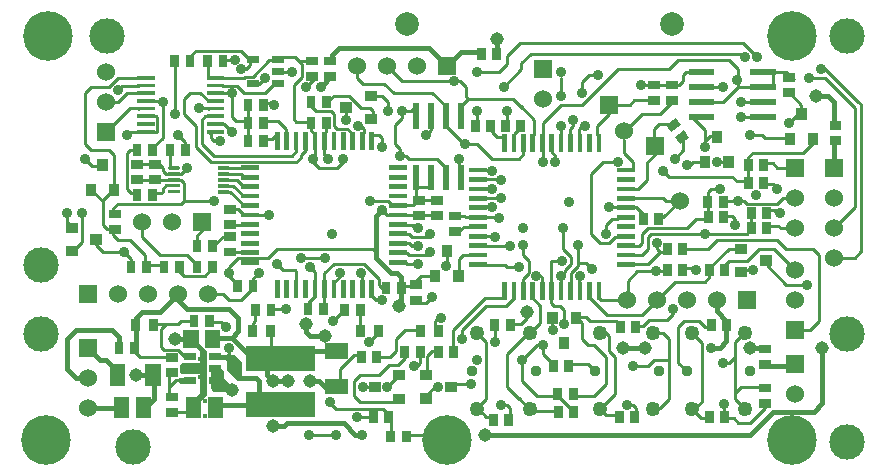
<source format=gbr>
G04 start of page 2 for group 0 idx 0 *
G04 Title: (unknown), component *
G04 Creator: pcb 20091103 *
G04 CreationDate: Tue 04 Jan 2011 15:16:32 GMT UTC *
G04 For: thomas *
G04 Format: Gerber/RS-274X *
G04 PCB-Dimensions: 285430 157480 *
G04 PCB-Coordinate-Origin: lower left *
%MOIN*%
%FSLAX25Y25*%
%LNFRONT*%
%ADD11C,0.0100*%
%ADD12C,0.0180*%
%ADD13C,0.0375*%
%ADD14C,0.0494*%
%ADD15C,0.0200*%
%ADD16C,0.0600*%
%ADD17C,0.0360*%
%ADD18C,0.0450*%
%ADD19C,0.0787*%
%ADD20C,0.1181*%
%ADD21C,0.1653*%
%ADD22C,0.0160*%
%ADD23R,0.0295X0.0295*%
%ADD24R,0.0157X0.0157*%
%ADD25R,0.0200X0.0200*%
%ADD26R,0.0340X0.0340*%
%ADD27R,0.0300X0.0300*%
%ADD28R,0.0827X0.0827*%
%ADD29R,0.0512X0.0512*%
%ADD30R,0.0130X0.0130*%
%ADD31R,0.0240X0.0240*%
%ADD32C,0.0120*%
%ADD33R,0.0120X0.0120*%
%ADD34R,0.0510X0.0510*%
%ADD35C,0.0275*%
%ADD36C,0.0394*%
%ADD37C,0.0380*%
%ADD38C,0.0300*%
%ADD39C,0.0280*%
%ADD40C,0.0250*%
%ADD41C,0.0591*%
%ADD42C,0.0984*%
%ADD43C,0.1575*%
G54D11*X42968Y85090D02*Y80090D01*
X48968Y74090D01*
X38968Y79090D02*X43968Y74090D01*
X39409Y72649D02*X36968Y75090D01*
X33476Y82531D02*Y80582D01*
X34968Y79090D01*
X38968D01*
X33476Y87649D02*Y89598D01*
X34968Y91090D01*
X50409Y70582D02*X44527D01*
X43968Y74090D02*Y71141D01*
X44527Y70582D01*
X39409D02*Y72649D01*
X24968Y61090D02*Y59090D01*
G54D12*X40968Y51090D02*Y53090D01*
G54D11*X33476Y82531D02*X31527D01*
X27568Y79190D02*Y77490D01*
X29968Y75090D01*
X31527Y82531D02*X29968Y84090D01*
Y92090D01*
X17968Y88090D02*Y85090D01*
X19968Y83090D01*
X22968Y88090D02*Y78290D01*
X19968Y75290D01*
X29968Y75090D02*X36968D01*
G54D12*X41086Y42106D02*Y50972D01*
X40968Y51090D01*
G54D11*Y43208D01*
X40527Y43582D02*Y41953D01*
G54D12*X35409Y43582D02*Y46649D01*
X32968Y49090D01*
X20968D01*
G54D11*X55527Y69598D02*Y68531D01*
X56968Y67090D01*
X61409Y70649D02*X57968Y74090D01*
X66527Y77582D02*X67460D01*
X62968Y85090D02*Y82090D01*
X61409Y77582D02*Y80531D01*
X62968Y82090D02*X61409Y80531D01*
X56968Y92090D02*X66968D01*
X56968Y67090D02*X64019D01*
X66527Y69598D01*
X61409Y70582D02*Y70649D01*
X67460Y77582D02*X69968Y80090D01*
X71968D01*
X76865Y84090D02*X76968Y84193D01*
X71968Y84090D02*X76865D01*
X71968Y70090D02*X74968Y73090D01*
X71968Y67074D02*Y70090D01*
Y67074D02*X74968Y64074D01*
X69968Y61090D02*X71968Y59090D01*
X76086D01*
G54D12*X71968Y56090D02*X74968Y53090D01*
Y48522D02*X72929Y46483D01*
X66511D02*X72929D01*
X74968Y53090D02*Y48522D01*
G54D11*X76086Y59090D02*X80086Y63090D01*
X64968Y61090D02*X69968D01*
G54D12*X54968Y59090D02*X57968Y56090D01*
X71968D01*
G54D11*X55000Y50980D02*X56000Y51980D01*
X60500D01*
X79968Y48090D02*Y51294D01*
X52000Y50980D02*X55000D01*
X57968Y74090D02*X48968D01*
X34968Y91090D02*X55968D01*
X41409Y94582D02*X39476D01*
X46527D02*X49460D01*
X49968Y95090D01*
X37968Y108090D02*X38968Y109090D01*
X40984Y104208D02*X48850D01*
X49968Y103090D01*
X38968Y109090D02*X40917D01*
X37968Y96090D02*Y108090D01*
X55968Y91090D02*X56968Y92090D01*
Y98090D01*
X55968Y99090D01*
X41968D02*X55968D01*
X51068Y97190D02*X54968D01*
X49968Y102090D02*X50968Y101090D01*
X49968Y103090D02*Y102090D01*
X55968Y101090D02*X50968D01*
X51068Y97190D02*X49968Y96090D01*
Y95090D01*
X52368Y108557D02*X52409Y108598D01*
X49968Y113023D02*X46527Y109582D01*
X46657Y125369D02*X49689D01*
X49968Y125090D01*
X61968Y123090D02*X65000D01*
X65279Y122811D01*
X77000Y132980D02*X69951D01*
X69885Y133046D01*
X60968Y110090D02*Y117090D01*
X56968Y121090D01*
X57527Y109582D02*Y111531D01*
X54968Y114090D01*
X66000Y104980D02*X65500Y105480D01*
X49968Y125090D02*Y113023D01*
X46657Y120252D02*X47806D01*
X47968Y120090D01*
Y115090D01*
X46701D01*
X46657Y115134D01*
X42051D02*X39012D01*
X37968Y114090D01*
X30968Y115090D02*X38968Y123090D01*
X30968Y125090D02*X34968D01*
X38968Y123090D02*X41772D01*
X42051Y122811D01*
X34968Y125090D02*X37968Y128090D01*
X23968Y111090D02*Y128090D01*
X25968Y130090D01*
X37968Y128090D02*X41889D01*
X42051Y127928D01*
X42007Y133090D02*X42051Y133046D01*
X42007Y133090D02*X34968D01*
X42051Y130487D02*X36365D01*
X34968Y129090D01*
Y133090D02*X31968Y130090D01*
X25968D01*
X29868Y103690D02*X26368D01*
X31968Y109090D02*X25968D01*
X26368Y103690D02*X23968Y106090D01*
X25968Y109090D02*X23968Y111090D01*
X25968Y95490D02*X26490D01*
X33768Y96090D02*Y107290D01*
X31968Y109090D01*
X39476Y94582D02*X37968Y96090D01*
X26490Y95490D02*X30000Y91980D01*
Y92322D02*X33768Y96090D01*
X30000Y91980D02*Y92322D01*
G54D12*X26968Y23090D02*X35968D01*
X20968Y33090D02*X24968D01*
X17968Y36090D02*X20968Y33090D01*
Y49090D02*X17968Y46090D01*
Y36090D01*
X41078Y33980D02*X40968Y34090D01*
X45500Y33980D02*X41078D01*
X45500D02*X47000Y32480D01*
X46968Y26090D02*X43968Y23090D01*
G54D11*X40968Y43208D02*X41086Y43090D01*
G54D12*X24968D02*X28968Y39090D01*
X30968D01*
X34968Y35090D01*
G54D11*X40527Y41953D02*X42500Y39980D01*
X63929Y27409D02*X62354Y25834D01*
G54D12*X62968Y32090D02*Y27790D01*
Y27090D02*Y30090D01*
X59968Y24090D02*X62968Y27090D01*
Y27790D02*X59268Y24090D01*
G54D11*X71968Y43090D02*Y41090D01*
X70968Y40090D01*
G54D12*X71968Y39090D02*Y36090D01*
X72591Y38039D02*Y36857D01*
X72984Y36464D01*
X74953Y38433D01*
X71968Y39090D02*X70968Y40090D01*
X73295D02*X75346Y38039D01*
X74953Y38433D02*X74952D01*
X74165Y39220D02*X73772D01*
X72591Y38039D01*
X71968Y36090D02*X74968Y33090D01*
X74165Y35283D02*X75346Y34102D01*
X73772Y35283D02*X74165D01*
Y35676D02*X73772Y35283D01*
X75346Y34102D02*Y38039D01*
X74165Y39220D02*Y35676D01*
G54D11*X63929Y41976D02*Y27409D01*
G54D12*X68168Y36190D02*Y31812D01*
X66568Y36190D02*Y29912D01*
X68000Y32122D02*X68168Y32290D01*
X66568Y29912D02*X67000Y29480D01*
X68068Y36090D02*X68168Y36190D01*
X66568D02*X68168D01*
X70968Y40090D02*X68168D01*
X68000Y29480D02*X70500D01*
X70228Y31740D02*X68260Y33708D01*
X68000Y29980D02*Y32122D01*
X67500Y29480D02*X68000Y29980D01*
X69768Y32290D02*X66568D01*
X67000Y29480D02*X67500D01*
X69000Y30480D02*X68000Y29480D01*
X66568Y40090D02*X73295D01*
X63500Y41980D02*Y39980D01*
X62968Y31090D02*Y42154D01*
Y42090D02*Y31090D01*
Y41090D01*
Y38090D02*Y40090D01*
X62803Y35283D02*X63500Y35980D01*
X63290Y36190D02*X63500Y35980D01*
X56000Y31980D02*X59658D01*
G54D11*X54310Y32290D02*X52000Y29980D01*
X58368Y32290D02*X54310D01*
G54D12*X59968D02*X55810D01*
G54D11*X52020Y34693D02*Y27105D01*
X52476Y26649D01*
G54D12*X47000Y26228D02*Y32527D01*
X59658Y31980D02*X59968Y32290D01*
X56449Y35283D02*X62803D01*
X63290Y36190D02*X56962D01*
X56449Y35677D01*
X56843Y37252D02*X62228D01*
X63500Y35980D01*
X56449Y35677D02*Y36858D01*
X56843Y37252D01*
X70228Y31740D02*X70318D01*
X72968Y29090D01*
X70500Y30980D02*Y29480D01*
X69000D02*X72578D01*
X69000D02*X70500Y30980D01*
G54D11*X49500Y49480D02*X51000Y50980D01*
G54D12*X54968Y61090D02*Y59090D01*
X48968Y55090D02*X54968Y61090D01*
X42968Y55090D02*X48968D01*
X40968Y53090D02*X42968Y55090D01*
G54D11*X46968Y51090D02*X51968D01*
X65527Y51598D02*X69460D01*
X70968Y50090D01*
X42500Y39980D02*X51851D01*
X55000Y42480D02*X50500D01*
X49500Y43480D02*Y49480D01*
X50500Y42480D02*X49500Y43480D01*
G54D12*X54361Y45697D02*X53968Y46090D01*
X59390D01*
X58368Y40090D02*X59968D01*
X59390Y46090D02*X63500Y41980D01*
G54D11*X281890Y124971D02*X282677Y124184D01*
X282500Y74826D02*X280764Y73090D01*
X282677Y124184D02*Y75157D01*
X282500Y74980D02*Y74826D01*
X282677Y75157D02*X282500Y74980D01*
X280764Y90090D02*Y122948D01*
G54D12*X273764Y112090D02*Y103090D01*
G54D11*X280764Y90090D02*X273764Y83090D01*
Y73090D02*X280764D01*
X254764Y79090D02*X257764Y76090D01*
X266764D01*
X268764Y74090D01*
X255764Y83090D02*X260764D01*
X255764Y88090D02*X254764D01*
X253764Y89090D01*
X259748Y92074D02*X260764Y93090D01*
X256764D02*X260764D01*
X254764Y91090D02*X256764Y93090D01*
X251323Y83582D02*X255272D01*
X255764Y83090D01*
X244764Y91090D02*X254764D01*
X246205Y82531D02*X244764Y81090D01*
X234764Y79090D02*X254764D01*
X246205Y88582D02*Y82531D01*
X253764Y89090D02*X251831D01*
X251323Y88582D01*
X241748Y92074D02*X241764Y92090D01*
X236764Y92074D02*X241748D01*
X241764Y92090D02*X243764D01*
X244764Y91090D01*
X239890Y87090D02*X240500Y86480D01*
X236882Y87090D02*X239890D01*
X226394Y22500D02*X227174D01*
X229764Y25090D01*
Y44720D01*
X232205Y19598D02*X229296D01*
X226394Y22500D01*
X229764Y44720D02*X226394Y48090D01*
X214070Y23090D02*X213480Y22500D01*
X218764Y46090D02*Y26090D01*
X215764Y23090D01*
X214070D01*
X221764Y38153D02*X224622Y35295D01*
X240764Y45090D02*Y25846D01*
G54D12*X234764Y59090D02*Y55216D01*
G54D11*X240764Y25846D02*X244110Y22500D01*
X242764Y30090D02*X240764Y28090D01*
X237323Y19598D02*X240256D01*
X241764Y18090D01*
X237323Y19598D02*X238618D01*
X237000Y24480D02*Y20905D01*
X237323Y20582D01*
X250764Y23090D02*Y24972D01*
G54D12*X269764Y43090D02*Y24657D01*
X266929Y21822D01*
X253543D01*
G54D11*X250764Y30090D02*X242764D01*
X241764Y18090D02*X245764D01*
X250764Y23090D01*
X242464Y76090D02*X238713D01*
X248764D02*X253764D01*
X214764D02*X215764Y75090D01*
X245205Y98582D02*Y106531D01*
X241272Y98582D02*X245205D01*
X250323Y97598D02*X253256D01*
X254764Y96090D01*
X241272Y98582D02*X239764Y100090D01*
X234764Y79090D02*X231764Y76090D01*
X215323Y86582D02*X216873D01*
X222349Y92058D01*
X230464Y105090D02*X230764Y105390D01*
X224764Y104090D02*X225764D01*
X226764Y105090D01*
X230464D01*
X234764D02*X238264D01*
X238564Y105390D01*
X230764Y112090D02*Y110090D01*
X234664Y113590D02*X232264D01*
X230764Y112090D01*
Y110090D02*Y115590D01*
X226264Y120090D01*
X220569Y117656D02*X215330D01*
X213764Y116090D01*
Y110316D01*
X213896Y110184D01*
X215815Y121090D02*X220256Y125531D01*
X223506Y113464D02*Y108832D01*
X220764Y106090D01*
X223500Y133980D02*X224500Y134980D01*
X235764Y96090D02*X232764D01*
X231764Y95090D01*
X239764Y100090D02*X218764D01*
X216764Y102090D01*
X262464Y120290D02*X262864Y120690D01*
X260964Y120290D02*X258764Y118090D01*
X262864Y123939D02*X259272Y127531D01*
X260964Y120290D02*X262464D01*
X242764Y120090D02*X246764D01*
X242764Y125090D02*X246764D01*
X253264Y130090D02*Y135090D01*
X257815D01*
X260256Y132649D01*
X232764Y130090D02*X236764D01*
X232764Y125090D02*X236764D01*
X241764Y130090D01*
X246764D01*
X253272Y104582D02*X254764Y103090D01*
X250323Y104582D02*X253272D01*
X254764Y103090D02*X260764D01*
X245205Y106531D02*X246764Y108090D01*
X245764Y114090D02*X249764D01*
X246764Y108090D02*X263364D01*
X249764Y114090D02*X250764Y113090D01*
X258964D01*
X262864Y120690D02*Y123939D01*
X263364Y108090D02*X266764Y111490D01*
G54D12*X271764Y127090D02*X273764Y125090D01*
Y117208D01*
G54D11*X270866Y135996D02*X281890Y124972D01*
Y124971D01*
X280764Y122948D02*X270866Y132846D01*
X265355D02*X270866D01*
X269292Y135996D02*X270866D01*
G54D12*X267764Y127090D02*X271764D01*
G54D11*X72952Y74972D02*X76740D01*
X71968Y89208D02*X75102D01*
X76968Y87342D01*
X80086Y66208D02*Y63090D01*
X75919Y100990D02*X76968Y99941D01*
X71468Y99090D02*X74669D01*
X76968Y96791D01*
X71468Y97090D02*X73520D01*
X76968Y93642D01*
X71468Y95090D02*X72370D01*
X76968Y87342D02*X85362D01*
X85500Y87480D01*
X57968Y103090D02*Y102090D01*
X55968Y101090D02*X57968Y103090D01*
X72370Y95090D02*X76968Y90492D01*
X71468Y102990D02*X76868D01*
X76968Y103090D01*
X71468Y100990D02*X75919D01*
X66968Y107090D02*X62968Y111090D01*
X65968Y105090D02*X60968Y110090D01*
X52368Y103090D02*Y108557D01*
X92968Y107090D02*X66968D01*
X94418Y114240D02*Y108540D01*
X92968Y107090D01*
X94500Y104980D02*X66000D01*
X57500Y39980D02*X55000Y42480D01*
G54D12*X68168Y40090D02*X69390D01*
G54D11*X58000Y39980D02*X57500D01*
G54D12*X69500Y34858D02*X68168Y36190D01*
X67000Y29480D02*X72578D01*
X72968Y29090D01*
X90544Y17090D02*X91339Y17885D01*
X66668Y24090D02*X79968D01*
X81968Y32090D02*Y24090D01*
X78968D02*X81968D01*
X86764Y17090D02*X90544D01*
X69500Y30980D02*Y34858D01*
X72929Y46483D02*X79968Y39444D01*
X74968Y33090D02*X80968D01*
X81968Y32090D01*
X79968Y39444D02*X83410D01*
G54D11*X52476Y21531D02*X57709D01*
X60268Y24090D01*
G54D12*X83410Y39444D02*X84764Y38090D01*
X86764Y32090D02*X84764Y34090D01*
G54D11*X85968Y43444D02*X81968Y39444D01*
G54D12*X84764Y34090D02*Y38090D01*
Y36648D02*Y37090D01*
G54D11*X137564Y27190D02*X137864D01*
X127464Y25090D02*X128464Y26090D01*
X105764Y25090D02*Y24090D01*
Y24720D02*X107874Y22610D01*
X105764Y25090D02*Y24720D01*
G54D12*X110236Y17885D02*X114173Y13948D01*
G54D11*X113764Y27090D02*X115764Y25090D01*
X114764Y20090D02*X119713D01*
G54D12*X116536Y13948D02*X114173D01*
G54D11*X123295Y22610D02*X126000Y19905D01*
X127464Y25090D02*X115764D01*
X119713Y20090D02*X120205Y19598D01*
X107874Y22610D02*X123295D01*
X98764Y14090D02*X107764D01*
G54D12*X91339Y17885D02*X110237D01*
G54D11*X126000Y13964D02*Y19905D01*
G54D12*X68168Y31812D02*X69500Y30480D01*
X69000D01*
G54D11*X85968Y49090D02*Y43444D01*
X138000Y33980D02*Y40326D01*
X139764Y42090D01*
X135764Y41090D02*Y38090D01*
X133764Y37090D02*X134764D01*
X135764Y38090D01*
X127764Y46090D02*X130764Y49090D01*
X127764Y46090D02*Y42090D01*
X130764Y49090D02*X135764D01*
X130646Y41090D02*Y39626D01*
X128500Y37480D01*
X121764Y48090D02*X118764Y45090D01*
X116205Y40582D02*X115256D01*
X121815Y40090D02*X121323Y40582D01*
X127764Y42090D02*X125764Y40090D01*
X121815D01*
X128500Y37480D02*X125500D01*
X122110Y34090D02*X125500Y37480D01*
X129064Y33890D02*X128564D01*
X130646Y41090D02*Y40972D01*
X120164Y30090D02*X120264Y29990D01*
X128564Y33890D02*X124764Y30090D01*
X116764D02*X120164D01*
X115764Y34090D02*X122110D01*
X113602Y40582D02*X109000Y35980D01*
Y30334D01*
X116205Y40582D02*X113602D01*
X115764Y34090D02*X113764Y32090D01*
Y27090D01*
G54D12*X97764Y51090D02*Y48216D01*
X99000Y46980D01*
X104070D01*
X104180Y47090D01*
X106787Y41995D02*X99085D01*
X96534Y39444D01*
X98968Y32090D02*X101968D01*
X103968Y30090D01*
X91764Y32090D02*X86764D01*
X104000Y29980D02*X109000D01*
G54D11*Y30334D02*X109149Y30185D01*
X93968Y69090D02*X94417Y68641D01*
X95968Y73090D02*X103968D01*
X97567Y109814D02*Y109047D01*
X96000Y107480D01*
Y106480D01*
X94500Y104980D01*
X87968Y71090D02*X89968Y69090D01*
X74968Y73090D02*X84968D01*
X87968Y76090D01*
X80086Y66208D02*X81968Y68090D01*
X103866Y67988D02*X106968Y71090D01*
X87968Y76090D02*X119968D01*
X134264Y92912D02*X134968Y92208D01*
X137764Y114090D02*X138764D01*
X134264Y96590D02*Y92912D01*
Y96590D02*X139264D01*
X127500Y110980D02*X129000Y109480D01*
Y106980D01*
X89968Y69090D02*X93968D01*
X86086Y56074D02*X90952D01*
X90968Y56090D01*
X100716Y68342D02*X98968Y70090D01*
X100716Y68342D02*Y60444D01*
X103866Y64870D02*Y67988D01*
Y57921D02*Y64870D01*
X107015D02*Y60444D01*
X108968Y68090D02*Y66823D01*
X107015Y64870D01*
X103866Y57921D02*X103527Y57582D01*
X98409D02*Y58137D01*
X100716Y60444D01*
X110646Y56090D02*Y55972D01*
X106764Y52090D01*
X80764Y54886D02*X80968Y55090D01*
X80764Y52090D02*Y54886D01*
X79968Y51294D02*X80764Y52090D01*
X64130Y120252D02*X62968Y119090D01*
X65279Y120252D02*X64130D01*
X70365Y117693D02*X72968Y115090D01*
X69885Y113007D02*X68968Y112090D01*
X69885Y117693D02*X70365D01*
X68968Y112090D02*X66968D01*
X65968Y113090D01*
Y114445D01*
X65279Y115134D01*
X62968Y119090D02*Y111090D01*
X78409Y118582D02*X74476D01*
X72968Y120090D01*
X56968Y121090D02*Y126090D01*
X53968Y121090D02*Y131090D01*
Y138106D02*Y130090D01*
X56968Y126090D02*X58968Y128090D01*
X59086Y140208D02*X60968Y142090D01*
X58968Y128090D02*X62558D01*
X65279Y125369D01*
X83527Y118582D02*X88476D01*
X90968Y116090D01*
X78409Y112582D02*Y124582D01*
X83527D02*X86476D01*
X86968Y124090D01*
X94500Y118480D02*X93764Y119216D01*
X69885Y127928D02*X73130D01*
X69885Y130487D02*X74571D01*
X69929Y133090D02*X69885Y133046D01*
X72968Y127766D02*X73130Y127928D01*
X74571Y130487D02*X76968Y128090D01*
X77500Y133480D02*X77000Y132980D01*
X60968Y142090D02*X75768D01*
X70086Y139090D02*X72968D01*
X64968D02*Y133357D01*
X65279Y133046D01*
X72968Y120090D02*Y127766D01*
Y139090D02*X73968Y138090D01*
X75968Y136090D02*X76168D01*
X79000Y138980D02*X76000Y141980D01*
X75968Y136090D02*X77610D01*
X79000Y137480D01*
X88768Y138890D02*X85410D01*
X80000Y133480D01*
X77500D01*
X114968Y117090D02*X115968D01*
X116968Y116090D01*
Y114743D01*
X116465Y114240D01*
X122968Y110090D02*Y113090D01*
X121968Y114090D01*
X119764D01*
X127500Y117480D02*Y110980D01*
X119764Y114090D02*X119614Y114240D01*
X139264Y115590D02*X137764Y114090D01*
X139264Y117090D02*Y115590D01*
X132000Y105980D02*X141374D01*
X144264Y103090D01*
X129000Y106980D02*X131000D01*
X132000Y105980D01*
X83527Y112582D02*X86460D01*
X88118Y114240D01*
X90968Y116090D02*Y114540D01*
X91268Y114240D01*
X104527Y117598D02*Y114901D01*
X103866Y114240D01*
X99500Y115457D02*X100717Y114240D01*
X111465Y116090D02*X113315Y114240D01*
X106968Y117090D02*X107968Y116090D01*
X111465D01*
X100717Y109814D02*Y106839D01*
X99968Y106090D01*
X103866Y109814D02*Y107192D01*
X104968Y106090D01*
X99968D02*Y105090D01*
X101968Y103090D01*
X107968D01*
X109968Y106090D02*Y105090D01*
X107968Y103090D01*
X122968Y59090D02*X120968D01*
X119614Y60444D01*
X116464Y67594D02*X115968Y68090D01*
X119614Y60444D02*Y64870D01*
X121968Y66090D02*Y64090D01*
X116464Y67594D02*Y60444D01*
X106968Y71090D02*X116968D01*
X121968Y66090D01*
X134748Y65728D02*X135000Y65980D01*
X129527Y63582D02*X132602D01*
X136000Y66980D02*X140354D01*
X129064Y67390D02*X128764Y67090D01*
X131268Y71090D02*X130764Y71594D01*
X134968Y71090D02*X131268D01*
X132968Y80090D02*X137968D01*
X132016Y81042D02*X132968Y80090D01*
X130764Y74743D02*X131315D01*
X131968Y74090D01*
X137968D02*X138968Y75090D01*
X131968Y74090D02*X137968D01*
X126338Y87342D02*X124716D01*
X122968Y89090D01*
G54D12*X120968Y87090D02*X122968Y89090D01*
G54D11*X126338Y90491D02*Y90720D01*
X133251Y90491D02*X134968Y92208D01*
X141968D01*
X94417Y68641D02*Y60444D01*
X130764Y87342D02*X141716D01*
X130764Y90491D02*X133251D01*
X134968Y83090D02*X133968D01*
X132968Y84090D01*
X130866D01*
X138920Y81042D02*X138968Y81090D01*
X134968Y77090D02*X132968D01*
X137968Y80090D02*X138968Y81090D01*
X132968Y77090D02*X131968Y78090D01*
X130961D01*
X130764Y81042D02*X132016D01*
G54D12*X125968Y68090D02*X120968Y73090D01*
G54D11*X126338Y90720D02*X124968Y92090D01*
X119968D01*
G54D12*X120968Y73090D02*Y87090D01*
G54D11*X119968Y76090D02*X120968Y75090D01*
Y74090D01*
X115764Y56090D02*Y49090D01*
X143291Y13964D02*X144882Y12373D01*
X131118Y13964D02*X143291D01*
X145764Y31090D02*X150764D01*
X137864Y27190D02*X141764Y31090D01*
X154764Y22500D02*Y23090D01*
X157764Y26090D01*
X146364Y31090D02*X152764D01*
X152992Y35295D02*X152559D01*
X154764Y22500D02*X155354D01*
X157764Y20090D01*
X138621Y74743D02*X138968Y75090D01*
X140354Y66980D02*X140764Y67390D01*
X144664Y75590D02*Y74190D01*
Y75590D02*Y70644D01*
X144500Y70480D01*
X148564Y67390D02*Y72544D01*
X150000Y73980D01*
X152701D01*
X152717Y73964D01*
X150918Y86562D02*X150500Y86980D01*
X146804D01*
X146796Y86972D01*
X150500Y83480D02*X152650D01*
X146796Y81854D02*X148874D01*
X150500Y83480D01*
X121968Y64090D02*X122968Y63090D01*
X136000Y66980D02*X132602Y63582D01*
X122968Y63090D02*X123917D01*
G54D12*X129527Y66531D02*Y57853D01*
Y66531D02*X127968Y68090D01*
G54D11*X134968Y71090D02*X132968D01*
G54D12*X127968Y68090D02*X125968D01*
G54D11*X137630Y57956D02*X139764Y60090D01*
G54D12*X129527Y57853D02*X128764Y57090D01*
G54D11*X133764Y57956D02*X137630D01*
X142764Y53090D02*X141764D01*
X140764Y52090D01*
X141748Y42090D02*X141764Y42074D01*
X140764Y52090D02*Y49090D01*
X141764Y48090D01*
X146764Y43090D02*Y49090D01*
X157764Y45090D02*X154764Y48090D01*
X146764Y49090D02*X157338Y59664D01*
X149764Y46090D02*Y49090D01*
X157764Y57090D01*
X139764Y42090D02*X141748D01*
X96500Y133480D02*X93764Y130744D01*
X92968Y135090D02*X88868D01*
X100476Y133531D02*Y132802D01*
X97764Y130090D01*
X84168Y128090D02*X87168Y131090D01*
X89968Y140090D02*X88768Y138890D01*
X88868Y135090D02*X88768Y134990D01*
X96500Y133480D02*Y137558D01*
X76968Y128090D02*X84168D01*
X78968Y131090D02*X81968D01*
X83968Y133090D01*
X79000Y137480D02*Y138980D01*
X99409Y125582D02*Y123649D01*
X100968Y122090D01*
X99500Y118480D02*X94500D01*
X99500Y118491D02*Y115457D01*
X93764Y119216D02*Y130744D01*
X110968Y119090D02*Y122990D01*
X110768Y123190D01*
X100968Y122090D02*X105968D01*
X106968Y121090D01*
Y117090D01*
X104527Y125582D02*X105460D01*
X106968Y127090D01*
X111968D01*
X119568D02*X122968D01*
X124968Y125090D01*
X127000Y127980D02*X139874D01*
X149264Y123590D02*X151764Y126090D01*
X129764Y122090D02*X132764D01*
X134264Y123590D01*
X129764Y122090D02*Y119744D01*
X127500Y117480D01*
X151000Y126854D02*X151764Y126090D01*
X139874Y127980D02*X144264Y123590D01*
X147000Y131980D02*X149000D01*
X151000Y129980D01*
Y126854D01*
G54D12*X156205Y141582D02*X149256D01*
X144764Y137090D01*
X138764Y143090D02*X144764Y137090D01*
G54D11*X159764Y106090D02*X154764Y111090D01*
X148764Y106090D02*Y103590D01*
X149264Y103090D01*
X157143Y102310D02*X159544D01*
X159764Y102090D01*
Y117141D02*X159323Y117582D01*
X154764Y111090D02*X150264D01*
X144264Y117090D01*
X159764Y115090D02*Y117141D01*
X154764Y122090D02*Y118141D01*
X154205Y117582D01*
X93968Y140090D02*X89968D01*
X93968D02*X96500Y137558D01*
G54D12*X106256Y140582D02*X108764Y143090D01*
X106256Y138649D02*Y140582D01*
X108764Y143090D02*X138764D01*
G54D11*X100476Y138649D02*X95409D01*
G54D12*X106256Y133531D02*X106205D01*
X102764Y130090D01*
G54D11*X116764Y131090D02*X123890D01*
X114764Y133090D02*X116764Y131090D01*
X114764Y137090D02*Y133090D01*
X129764Y132090D02*X124764Y137090D01*
X129764Y132090D02*X146890D01*
X111968Y127090D02*X115968Y123090D01*
X118968D01*
X119968Y122090D01*
Y119690D01*
X119568Y119290D01*
X124968Y122090D02*Y125090D01*
X123890Y131090D02*X127000Y127980D01*
X123890Y131090D02*X124000Y130980D01*
X218000Y52480D02*X220000Y54480D01*
Y55480D01*
X199764Y54090D02*X209764D01*
X205000Y59326D02*X204764Y59090D01*
X212000Y52480D02*X218000D01*
X188764Y64389D02*X189063Y64090D01*
X192213Y59664D02*X192316D01*
X198000Y53980D01*
X183764Y55716D02*X182500Y56980D01*
X180500D02*X179500Y57980D01*
Y59549D02*Y59779D01*
X183764Y51090D02*Y55716D01*
X192500Y51980D02*X200933D01*
X191190Y53290D02*X192500Y51980D01*
X187664Y53290D02*X191190D01*
X193764Y44090D02*X191764D01*
X206764Y37090D02*X211764D01*
X209992Y50472D02*X212000Y52480D01*
X200764Y40090D02*X198764Y42090D01*
X195764Y48090D02*X197764D01*
X198764Y47090D02*Y42090D01*
X197764Y40090D02*Y31090D01*
X200764Y40090D02*Y27500D01*
X200933Y51980D02*X202441Y50472D01*
X195764Y22500D02*X200764Y27500D01*
X204764Y24090D02*X206764D01*
X207764Y23090D01*
Y21023D01*
X207323Y20582D01*
G54D12*X245669Y13948D02*X200787D01*
X253543Y21822D02*X245669Y13948D01*
G54D11*X191764Y44090D02*X189764Y46090D01*
X193764Y44090D02*X197764Y40090D01*
X174764Y44090D02*X176764D01*
X185323Y37582D02*X191705D01*
X189764Y46090D02*Y51190D01*
G54D12*X161323Y141582D02*Y145803D01*
G54D11*X164764Y137767D02*Y140244D01*
X169177Y144657D02*X164764Y140244D01*
G54D12*X161323Y145803D02*X161500Y145980D01*
G54D11*X163764Y130090D02*X169500Y135826D01*
X162087Y135090D02*X164764Y137767D01*
X172610Y141090D02*X169500Y137980D01*
Y135826D01*
X154764Y135090D02*X162087D01*
X151764Y126090D02*X166764D01*
X159764Y96090D02*X157222D01*
X159764Y90090D02*X157521D01*
X157143Y89712D01*
Y92862D02*X162536D01*
X162764Y93090D01*
X157143Y80263D02*X160591D01*
X160764Y80090D01*
X162693Y99161D02*X162764Y99090D01*
X157143Y99161D02*X162693D01*
X162236Y86562D02*X150918D01*
X169264Y123590D02*X173764Y119090D01*
X164764Y118141D02*X164205Y117582D01*
X164764Y122090D02*Y118141D01*
X166764Y126090D02*X169764Y123090D01*
X173764Y119090D02*Y113908D01*
X170167Y109034D02*Y107493D01*
X167017Y113460D02*Y114292D01*
X169323Y116598D01*
X163867Y113460D02*X161394D01*
X159764Y115090D01*
X168764Y106090D02*X159764D01*
X170167Y107493D02*X168764Y106090D01*
X231764Y86106D02*Y95090D01*
X213896Y110184D02*Y107376D01*
X211500Y104980D02*Y98980D01*
X213896Y107376D02*X211500Y104980D01*
X210205Y86582D02*Y87649D01*
X219205Y68598D02*X208118D01*
X227272Y69582D02*X227764Y69090D01*
X223323Y69582D02*X227272D01*
X211764Y71090D02*X215764Y75090D01*
X195764Y78090D02*X198764D01*
X200764Y80090D01*
X201915D01*
X203765Y108089D02*X206764Y105090D01*
X201764D02*X196764D01*
X192764Y101090D01*
Y81090D01*
X195764Y78090D01*
X206764Y105090D02*Y102561D01*
X208470Y96010D02*X208500Y95980D01*
X210205Y87649D02*X207764Y90090D01*
X206892D01*
X211500Y98980D02*X208500Y95980D01*
X206513Y96010D02*X208470D01*
G54D12*X250764Y37090D02*X259764D01*
X245764Y43090D02*X251815D01*
X259323Y37531D02*X259764Y37090D01*
G54D11*X238764Y38090D02*X240764Y40090D01*
X244110Y48090D02*X243764D01*
X240764Y45090D01*
G54D12*X237882Y45208D02*X235764Y43090D01*
G54D11*X236764Y38090D02*X238764D01*
G54D12*X232764Y43090D02*X235764D01*
X237882Y52098D02*Y45208D01*
G54D11*X257764Y64090D02*X264764D01*
X268764Y74090D02*Y52090D01*
X265764Y49090D01*
X260764D01*
X251264Y70590D02*X257764Y64090D01*
X251264Y72190D02*Y70590D01*
X253764Y76090D02*X260764Y69090D01*
X232205Y66531D02*Y69582D01*
X232764Y50090D02*X230764D01*
X232205Y66531D02*X230764Y65090D01*
G54D12*X234764Y55216D02*X237882Y52098D01*
G54D11*X238713Y76090D02*X232205Y69582D01*
X237323Y68598D02*Y70649D01*
X238764Y72090D01*
X244764D01*
X246764Y69090D02*X243864D01*
X243064Y68290D01*
X248764Y76090D02*X244764Y72090D01*
X179864Y52690D02*Y49116D01*
X175764Y57090D02*Y51374D01*
X179864Y49116D02*X180000Y48980D01*
X172480Y48090D02*X171764D01*
X173315Y59539D02*X175764Y57090D01*
Y51374D02*X172480Y48090D01*
G54D12*X158000Y13980D02*X201000D01*
G54D11*X191705Y37582D02*X193992Y35295D01*
X186764Y27090D02*X193764D01*
X197764Y31090D01*
X181882Y27090D02*X186882Y22090D01*
X181764D02*X172890D01*
X174764Y27090D02*X181764D01*
X202205Y20582D02*X197682D01*
X195764Y22500D01*
X181646Y27090D02*X181882D01*
X174764D02*X169764Y32090D01*
X168764Y26090D02*X164764Y30090D01*
X157764Y26090D02*Y45090D01*
X164764Y41090D02*Y30090D01*
X169764Y39090D02*Y32090D01*
X171764Y48090D02*X164764Y41090D01*
X160646Y51074D02*Y45208D01*
X160764Y45090D01*
X169500Y50980D02*X165858D01*
X165764Y51074D01*
X168764Y26216D02*X172890Y22090D01*
X165764Y23090D02*Y21141D01*
X164764Y24090D02*X165764Y23090D01*
X157764Y20090D02*X160713D01*
X162764Y24090D02*X164764D01*
X185914Y64090D02*Y67894D01*
X188500Y70480D01*
X182764Y67090D02*X183610D01*
X176000Y66980D02*X176500Y66480D01*
X164764Y70090D02*X168764D01*
X174500Y66980D02*X176000D01*
X184000Y68326D02*X182764Y67090D01*
Y64090D01*
X183500Y67826D02*X182764Y67090D01*
X188764D02*Y64389D01*
X176500Y64125D02*X176465Y64090D01*
X179500Y57980D02*Y59549D01*
X182500Y56980D02*X180500D01*
X222169Y130649D02*X223500Y131980D01*
X224500Y134980D02*X226154D01*
X223500Y131980D02*Y133980D01*
X221764Y139090D02*X218764Y136090D01*
X172610Y141090D02*X242938D01*
X243308Y144657D02*X169177D01*
X209323Y130649D02*X222169D01*
X218764Y136090D02*X201764D01*
X189764Y131744D02*X192000Y133980D01*
X195000D01*
X209323Y130649D02*X208764Y130090D01*
X242938Y141090D02*X244095Y139933D01*
X238764Y139090D02*X221764D01*
X243308Y144657D02*X248032Y139933D01*
X241764Y130090D02*Y136090D01*
X238764Y139090D01*
X236882Y87090D02*X239764D01*
X227764Y86090D02*X231748D01*
X231764Y86106D01*
X239764Y87090D02*X240764Y86090D01*
Y84090D01*
X224764Y83090D02*X227764Y86090D01*
X221546Y92861D02*X222349Y92058D01*
X217796D01*
X216764Y93090D01*
X224764Y83090D02*X211764D01*
X216764Y93090D02*X206742D01*
X206640Y74090D02*X206513Y73963D01*
X209764Y74090D02*X206640D01*
X206513Y77113D02*X208787D01*
X209764Y78090D02*X208764Y77090D01*
X231764Y76090D02*X223815D01*
X215764Y75090D02*X217697D01*
X218205Y75598D01*
X214764Y78090D02*Y76090D01*
X223815D02*X223323Y75598D01*
X201915Y80090D02*X202087Y80262D01*
X244764Y81090D02*X212764D01*
X211764Y76090D02*X209764Y74090D01*
Y78090D02*Y81090D01*
X212764D02*X211764Y80090D01*
Y76090D02*Y80090D01*
X197764Y81090D02*Y84090D01*
X198764Y90090D02*X201708D01*
X197764Y84090D02*X199764Y86090D01*
X201615D01*
X211764Y83090D02*X209764Y81090D01*
X180764Y107090D02*Y105090D01*
X176764D02*Y108736D01*
X179615Y109034D02*Y108239D01*
X180764Y107090D01*
X190764Y117090D02*X189764D01*
X188764Y116090D01*
Y113760D01*
X186764Y119090D02*Y117090D01*
X185764Y116090D02*Y113611D01*
X189764Y124090D02*X182764D01*
X186764Y117090D02*X185764Y116090D01*
X182764Y117090D02*Y113461D01*
X182765Y113460D01*
X182764Y124090D02*X176764Y118090D01*
Y113758D01*
X182764Y133090D02*Y127090D01*
X189764Y128090D02*Y131744D01*
X198764Y121090D02*X194764Y117090D01*
Y114059D01*
X195363Y113460D01*
X201764Y136090D02*X189764Y124090D01*
X203765Y112431D02*Y108089D01*
Y115431D02*X204105D01*
X209764Y121090D01*
X213272Y125531D02*X207205D01*
X205764Y124090D01*
X198764D01*
X209764Y121090D02*X215815D01*
X193000Y69480D02*X191000Y71480D01*
X192000Y70480D02*X193000Y69480D01*
X186000Y70980D02*X184000Y68980D01*
X188500Y77480D02*Y70480D01*
X189764Y51190D02*X187664Y53290D01*
X186000Y73480D02*Y70980D01*
X184000Y68980D02*Y68326D01*
X183500Y75980D02*Y82980D01*
X191000Y71480D02*X188500D01*
X186000Y73480D02*X183500Y75980D01*
X157143Y77114D02*X165740D01*
X165764Y77090D01*
X157143Y70814D02*X164040D01*
X164764Y70090D01*
X179500Y71980D02*Y64205D01*
Y71980D02*X183000D01*
Y71480D01*
X182000Y67854D02*X182764Y67090D01*
X176500Y66480D02*Y64125D01*
X179500Y58480D02*Y66480D01*
X163867Y59664D02*X157338D01*
X157764Y57090D02*X164442D01*
X167016Y59664D01*
X170000Y73980D02*Y77480D01*
X172000Y71980D02*X170000Y73980D01*
X172000Y67980D02*Y71980D01*
X170166Y64090D02*Y66146D01*
X172000Y67980D01*
X212764Y48090D02*X216764D01*
X218764Y46090D01*
X213764Y39090D02*X218764D01*
X230764Y50090D02*X228764Y52090D01*
X223764D01*
X230764Y65090D02*X220764D01*
X209764Y54090D01*
X223764Y52090D02*X221764Y50090D01*
Y38153D01*
X211764Y37090D02*X213764Y39090D01*
X197764Y48090D02*X198764Y47090D01*
G54D12*X202764Y43090D02*X210764D01*
G54D11*X207559Y50472D02*X209992D01*
X195937Y59090D02*X195363Y59664D01*
X204764Y59090D02*X195937D01*
X198000Y53980D02*X200000D01*
X206789Y71090D02*X206513Y70814D01*
X206789Y71090D02*X211764D01*
X208118Y68598D02*X205000Y65480D01*
Y59326D01*
X173315Y59664D02*Y59641D01*
Y59664D02*Y59539D01*
X171500Y54980D02*Y52980D01*
X169500Y50980D01*
X174764Y44090D02*X169764Y39090D01*
X176764Y41090D02*Y41023D01*
X180205Y37582D01*
X176764Y41023D02*Y44090D01*
G54D13*X193992Y35295D03*
X215252D03*
G54D14*X213480Y22500D03*
Y48090D03*
X195764Y22500D03*
Y48090D03*
G54D15*G36*
X257764Y40590D02*Y34590D01*
X263764D01*
Y40590D01*
X257764D01*
G37*
G36*
X241764Y62090D02*Y56090D01*
X247764D01*
Y62090D01*
X241764D01*
G37*
G54D13*X245882Y35295D03*
G54D14*X244110Y48090D03*
G54D16*X260764Y27590D03*
X234764Y59090D03*
X224764D03*
X214764D03*
X204764D03*
G54D13*X224622Y35295D03*
G54D14*X226394Y48090D03*
X244110Y22500D03*
X226394D03*
G54D16*X176764Y126090D03*
G54D15*G36*
X195764Y127090D02*Y121090D01*
X201764D01*
Y127090D01*
X195764D01*
G37*
G36*
X141764Y140090D02*Y134090D01*
X147764D01*
Y140090D01*
X141764D01*
G37*
G54D16*X134764Y137090D03*
X124764D03*
X114764D03*
G54D15*G36*
X173764Y139090D02*Y133090D01*
X179764D01*
Y139090D01*
X173764D01*
G37*
G36*
X59968Y88090D02*Y82090D01*
X65968D01*
Y88090D01*
X59968D01*
G37*
G54D16*X52968Y85090D03*
X42968D03*
G54D15*G36*
X27968Y118090D02*Y112090D01*
X33968D01*
Y118090D01*
X27968D01*
G37*
G54D16*X30968Y125090D03*
Y135090D03*
X203765Y115431D03*
G54D15*G36*
X210896Y113184D02*Y107184D01*
X216896D01*
Y113184D01*
X210896D01*
G37*
G36*
X270764Y106090D02*Y100090D01*
X276764D01*
Y106090D01*
X270764D01*
G37*
G36*
X257764D02*Y100090D01*
X263764D01*
Y106090D01*
X257764D01*
G37*
G54D16*X222349Y92058D03*
X273764Y93090D03*
Y83090D03*
X260764Y93090D03*
Y83090D03*
X273764Y73090D03*
G54D15*G36*
X257764Y52090D02*Y46090D01*
X263764D01*
Y52090D01*
X257764D01*
G37*
G54D16*X260764Y59090D03*
Y69090D03*
G54D13*X152992Y35295D03*
G54D16*X24968Y33090D03*
G54D13*X174252Y35295D03*
G54D14*X172480Y22500D03*
Y48090D03*
X154764Y22500D03*
G54D16*X24968Y23090D03*
G54D14*X154764Y48090D03*
G54D15*G36*
X21968Y46090D02*Y40090D01*
X27968D01*
Y46090D01*
X21968D01*
G37*
G36*
Y64090D02*Y58090D01*
X27968D01*
Y64090D01*
X21968D01*
G37*
G54D16*X34968Y61090D03*
X44968D03*
X54968D03*
X64968D03*
G54D17*X122968Y59090D03*
X139764Y60090D03*
G54D18*X128764Y57090D03*
G54D17*X142764Y53090D03*
X149764Y46090D03*
X118764Y45090D03*
X138968Y75090D03*
X134968Y71090D03*
Y77090D03*
X144500Y70480D03*
X103968Y73090D03*
X108968Y68090D03*
X115968D03*
X106764Y52090D03*
X180000Y48980D03*
X174500Y66980D03*
X188500Y77480D03*
X183000Y71980D03*
X170000Y77480D03*
G54D18*X171500Y54980D03*
G54D17*X106500Y80980D03*
G54D18*X104180Y47090D03*
G54D17*X99968Y106090D03*
X104968D03*
X83968Y133090D03*
X92968Y135090D03*
X86968Y124090D03*
X122968Y110090D03*
X109968Y106090D03*
X114968Y117090D03*
X110968Y119090D03*
X124968Y122090D03*
X97764Y130090D03*
X102764D03*
X85500Y87480D03*
X122968Y89090D03*
X118968Y92090D03*
X148764Y106090D03*
X159764Y102090D03*
X150764Y111090D03*
X164764Y122090D03*
X162764Y99090D03*
X129764Y122090D03*
X154764D03*
X129000Y106980D03*
X159764Y96090D03*
X162764Y93090D03*
X159764Y90090D03*
X160764Y80090D03*
X162000Y86480D03*
X170000Y82980D03*
X137764Y114090D03*
X154764Y135090D03*
X163764Y130090D03*
X182764Y135090D03*
G54D19*X131496Y150956D03*
G54D18*X161500Y145980D03*
G54D17*X147000Y131980D03*
X36968Y75090D03*
X37968Y114090D03*
X34968Y129090D03*
G54D20*X31496Y147019D03*
G54D17*X73130Y127928D03*
X71968Y68090D03*
X72968Y115090D03*
X23968Y106090D03*
X22968Y88090D03*
X17968D03*
G54D21*X11811Y147019D03*
G54D17*X73968Y139090D03*
X75968Y136090D03*
X49968Y125090D03*
X61968Y123090D03*
X53968Y121090D03*
X54968Y114090D03*
X68968Y112090D03*
X66968Y92090D03*
X57968Y103090D03*
X81968Y68090D03*
G54D22*X64000Y25480D03*
Y20480D03*
G54D18*X53968Y46090D03*
G54D22*X62500Y39480D03*
X64000Y40980D03*
G54D17*X70968Y50090D03*
X71968Y43090D03*
G54D18*X72968Y29090D03*
G54D22*X62500Y36480D03*
X64000Y31980D03*
Y34980D03*
Y37980D03*
X62500Y33480D03*
G54D18*X40968Y34090D03*
G54D20*X9449Y47807D03*
Y70641D03*
X40158Y10011D03*
G54D21*X11024Y12373D03*
G54D20*X277953Y47807D03*
G54D18*X269764Y43090D03*
G54D17*X236764Y38090D03*
G54D18*X245764Y43090D03*
G54D17*X237000Y24480D03*
X232764Y43090D03*
G54D21*X259843Y12373D03*
G54D20*X277953Y11586D03*
G54D17*X246764Y69090D03*
X264764Y64090D03*
X168764Y70090D03*
X165764Y77090D03*
X183764Y51090D03*
X160764Y45090D03*
X176764Y44090D03*
X169764Y39090D03*
X206764Y37090D03*
G54D18*X210764Y43090D03*
X203500Y42980D03*
G54D17*X204764Y24090D03*
X189000Y66980D03*
X182764Y67090D03*
X227764Y69090D03*
X214272Y68598D03*
X193000Y69480D03*
X87968Y71090D03*
X90952Y56074D03*
G54D18*X98968Y32090D03*
G54D17*Y70090D03*
G54D18*X91764Y32090D03*
X97764Y51090D03*
G54D17*X95968Y73090D03*
G54D18*X86764Y32090D03*
Y17090D03*
G54D17*X152764Y31090D03*
X141764Y30090D03*
X124764D03*
X133764Y37090D03*
X154764Y39090D03*
X116764Y30090D03*
X105764Y25090D03*
X107764Y14090D03*
X98764D03*
X114764Y20090D03*
X116536Y13948D03*
G54D18*X157481D03*
G54D17*X162764Y24090D03*
G54D21*X144882Y12373D03*
G54D17*X258764Y118090D03*
X224764Y104090D03*
X234764Y105090D03*
X230764Y110090D03*
X245764Y114090D03*
X254764Y96090D03*
X235764D03*
X214764Y78090D03*
X220000Y55980D03*
X220764Y106090D03*
X216764Y102090D03*
X209323Y130649D03*
G54D19*X219685Y150956D03*
G54D17*X247764Y94090D03*
X242764Y120090D03*
Y125090D03*
X236764Y130090D03*
X182764Y117090D03*
X186764Y119090D03*
X190764Y117090D03*
X182764Y127090D03*
X189764Y128090D03*
X241500Y132480D03*
X244095Y139933D03*
X248032D03*
G54D18*X267764Y127090D03*
G54D21*X259843Y147019D03*
G54D17*X269292Y135996D03*
X265355Y132846D03*
G54D20*X277953Y147019D03*
G54D17*X195000Y133980D03*
X134968Y83090D03*
X138968Y81090D03*
X230764D03*
X240764Y84090D03*
X183500Y82980D03*
X197764Y81090D03*
X176764Y105090D03*
X180764D03*
X201764D03*
X241764Y92090D03*
X255764Y88090D03*
X198764Y90090D03*
X185323Y91649D03*
G54D23*X154205Y117582D02*Y116598D01*
X159323Y117582D02*Y116598D01*
X164205Y117582D02*Y116598D01*
X169323Y117582D02*Y116598D01*
X156205Y141582D02*Y140598D01*
X161323Y141582D02*Y140598D01*
G54D24*X170167Y113460D02*Y109034D01*
X167017Y113460D02*Y109034D01*
X163867Y113460D02*Y109034D01*
G54D25*X134264Y123590D02*Y117090D01*
Y103090D02*Y96590D01*
X144264Y103090D02*Y96590D01*
Y123590D02*Y117090D01*
X149264Y103090D02*Y96590D01*
Y123590D02*Y117090D01*
G54D23*X146796Y86972D02*X147780D01*
X146796Y81854D02*X147780D01*
X134968Y87090D02*X135952D01*
X134968Y92208D02*X135952D01*
X140984Y87090D02*X141968D01*
X140984Y92208D02*X141968D01*
G54D26*X187664Y53290D02*Y52690D01*
X179864Y53290D02*Y52690D01*
X183764Y45090D02*Y44490D01*
G54D23*X186764Y28074D02*Y27090D01*
X181646Y28074D02*Y27090D01*
G54D24*X179615Y64090D02*Y59664D01*
X182764Y64090D02*Y59664D01*
X185914Y64090D02*Y59664D01*
X189063Y64090D02*Y59664D01*
G54D25*X139264Y103090D02*Y96590D01*
Y123590D02*Y117090D01*
G54D26*X137564Y33990D02*X138164D01*
X144664Y75590D02*Y74990D01*
X145764Y30090D02*X146364D01*
G54D27*X141764Y49090D02*Y48090D01*
X135764Y49090D02*Y48090D01*
G54D23*X134008Y64039D02*X134992D01*
X134008Y58921D02*X134992D01*
G54D24*X189064Y113460D02*Y109034D01*
X185915Y113460D02*Y109034D01*
X182765Y113460D02*Y109034D01*
X179615Y113460D02*Y109034D01*
X176466Y113460D02*Y109034D01*
X173316Y113460D02*Y109034D01*
X152717Y102310D02*X157143D01*
X152717Y99161D02*X157143D01*
X152717Y96011D02*X157143D01*
X152717Y92862D02*X157143D01*
X152717Y89712D02*X157143D01*
X152717Y86562D02*X157143D01*
X152717Y83413D02*X157143D01*
X152717Y80263D02*X157143D01*
X152717Y77114D02*X157143D01*
X152717Y73964D02*X157143D01*
X152717Y70814D02*X157143D01*
X163867Y64090D02*Y59664D01*
X167016Y64090D02*Y59664D01*
X170166Y64090D02*Y59664D01*
X173315Y64090D02*Y59664D01*
X176465Y64090D02*Y59664D01*
G54D23*X207559Y50472D02*Y49488D01*
X232764Y51074D02*Y50090D01*
X237882Y51074D02*Y50090D01*
X202441Y50472D02*Y49488D01*
X185323Y37582D02*Y36598D01*
X180205Y37582D02*Y36598D01*
X237323Y20582D02*Y19598D01*
X250272Y29649D02*X251256D01*
X250272Y24531D02*X251256D01*
X250272Y42649D02*X251256D01*
X250272Y37531D02*X251256D01*
X232205Y20582D02*Y19598D01*
X181764Y22090D02*Y21106D01*
X186882Y22090D02*Y21106D01*
X207323Y20582D02*Y19598D01*
X202205Y20582D02*Y19598D01*
X165323Y19582D02*Y18598D01*
X160205Y19582D02*Y18598D01*
X160646Y51074D02*Y50090D01*
X165764Y51074D02*Y50090D01*
X213272Y125531D02*X214256D01*
G54D15*G36*
X217707Y117449D02*X220927Y119713D01*
X222625Y117298D01*
X219405Y115034D01*
X217707Y117449D01*
G37*
G36*
X220643Y113262D02*X223868Y115520D01*
X225561Y113102D01*
X222336Y110844D01*
X220643Y113262D01*
G37*
G54D23*X219272Y125531D02*X220256D01*
X213272Y130649D02*X214256D01*
G54D25*X226264Y130090D02*X232764D01*
X226264Y125090D02*X232764D01*
G54D23*X219272Y130649D02*X220256D01*
G54D26*X230764Y105390D02*Y104790D01*
X234664Y113590D02*Y112990D01*
G54D25*X226264Y120090D02*X232764D01*
X226264Y135090D02*X232764D01*
X246764Y125090D02*X253264D01*
X246764Y130090D02*X253264D01*
G54D23*X258272Y133149D02*X259256D01*
X258272Y128031D02*X259256D01*
G54D25*X246764Y135090D02*X253264D01*
G54D23*X251323Y88582D02*Y87598D01*
X246205Y88582D02*Y87598D01*
Y83582D02*Y82598D01*
X251323Y83582D02*Y82598D01*
G54D26*X238564Y105390D02*Y104790D01*
G54D23*X245205Y104582D02*Y103598D01*
X250323Y104582D02*Y103598D01*
Y98582D02*Y97598D01*
X245205Y98582D02*Y97598D01*
X231646Y92074D02*Y91090D01*
X236764Y92074D02*Y91090D01*
X236882Y87090D02*Y86106D01*
X231764Y87090D02*Y86106D01*
X273764Y112090D02*X274748D01*
X273764Y117208D02*X274748D01*
G54D26*X258964Y113090D02*Y112490D01*
X266764Y113090D02*Y112490D01*
X262864Y121290D02*Y120690D01*
G54D25*X246764Y120090D02*X253264D01*
G54D23*X232205Y69582D02*Y68598D01*
X237323Y69582D02*Y68598D01*
G54D26*X242464Y76090D02*X243064D01*
G54D23*X218205Y76582D02*Y75598D01*
X223323Y76582D02*Y75598D01*
G54D26*X242464Y68290D02*X243064D01*
G54D23*X218205Y69582D02*Y68598D01*
X223323Y69582D02*Y68598D01*
G54D24*X202087Y70814D02*X206513D01*
X202087Y73963D02*X206513D01*
X202087Y77113D02*X206513D01*
G54D26*X250664Y72190D02*X251264D01*
G54D23*X215323Y86582D02*Y85598D01*
X210205Y86582D02*Y85598D01*
G54D24*X192213Y64090D02*Y59664D01*
X195363Y64090D02*Y59664D01*
Y113460D02*Y109034D01*
X192214Y113460D02*Y109034D01*
X202087Y80262D02*X206513D01*
X202087Y83412D02*X206513D01*
X202087Y86562D02*X206513D01*
X202087Y89711D02*X206513D01*
X202087Y92861D02*X206513D01*
X202087Y96010D02*X206513D01*
X202087Y99160D02*X206513D01*
X202087Y102310D02*X206513D01*
G54D28*X81968Y24090D02*X96534D01*
G54D23*X125323Y20582D02*Y19598D01*
X120205Y20582D02*Y19598D01*
X131118Y13964D02*Y12980D01*
X126000Y13964D02*Y12980D01*
G54D27*X121764Y49090D02*Y48090D01*
G54D23*X116205Y40582D02*Y39598D01*
X121323Y40582D02*Y39598D01*
G54D29*X106787Y41995D02*X109149D01*
X106787Y30185D02*X109149D01*
G54D26*X128464Y26090D02*X129064D01*
X120264Y29990D02*X120864D01*
X128464Y33890D02*X129064D01*
G54D23*X135764Y42074D02*Y41090D01*
X130646Y42074D02*Y41090D01*
G54D26*X137564Y26190D02*X138164D01*
G54D23*X146882Y42074D02*Y41090D01*
X141764Y42074D02*Y41090D01*
G54D26*X140764Y67390D02*Y66790D01*
G54D24*X126338Y71594D02*X130764D01*
G54D23*X129527Y63582D02*Y62598D01*
X124409Y63582D02*Y62598D01*
G54D26*X148564Y67390D02*Y66790D01*
G54D24*X119614Y64870D02*Y60444D01*
X126338Y74743D02*X130764D01*
X126338Y77893D02*X130764D01*
X126338Y81042D02*X130764D01*
X126338Y84192D02*X130764D01*
X126338Y87342D02*X130764D01*
X126338Y90491D02*X130764D01*
X126338Y93641D02*X130764D01*
X126338Y96790D02*X130764D01*
X126338Y99940D02*X130764D01*
X126338Y103090D02*X130764D01*
X76968D02*X81394D01*
X76968Y99941D02*X81394D01*
X76968Y96791D02*X81394D01*
X76968Y93642D02*X81394D01*
X76968Y90492D02*X81394D01*
X76968Y87342D02*X81394D01*
X76968Y84193D02*X81394D01*
X76968Y81043D02*X81394D01*
G54D23*X61409Y70582D02*Y69598D01*
X66527Y70582D02*Y69598D01*
X71968Y74972D02*X72952D01*
X71968Y80090D02*X72952D01*
G54D24*X76968Y77894D02*X81394D01*
X76968Y74744D02*X81394D01*
X76968Y71594D02*X81394D01*
G54D23*X55527Y70582D02*Y69598D01*
X50409Y70582D02*Y69598D01*
X44527Y70582D02*Y69598D01*
X39409Y70582D02*Y69598D01*
G54D26*X25968Y96090D02*Y95490D01*
X33768Y96090D02*Y95490D01*
X29868Y104290D02*Y103690D01*
G54D23*X33476Y87649D02*X34460D01*
X33476Y82531D02*X34460D01*
G54D26*X27568Y79190D02*X28168D01*
X19368Y83090D02*X19968D01*
X19368Y75290D02*X19968D01*
G54D23*X99409Y118582D02*Y117598D01*
X104527Y118582D02*Y117598D01*
X105272Y138649D02*X106256D01*
X105272Y133531D02*X106256D01*
X104527Y125582D02*Y124598D01*
X99409Y125582D02*Y124598D01*
X99272Y138649D02*X100256D01*
X99272Y133531D02*X100256D01*
X53968Y139090D02*Y138106D01*
G54D30*X42051Y133046D02*X46657D01*
X42051Y130487D02*X46657D01*
X42051Y127928D02*X46657D01*
X42051Y125369D02*X46657D01*
X42051Y122811D02*X46657D01*
X42051Y120252D02*X46657D01*
G54D24*X119614Y114240D02*Y109814D01*
X116465Y114240D02*Y109814D01*
X113315Y114240D02*Y109814D01*
G54D26*X118968Y119290D02*X119568D01*
X118968Y127090D02*X119568D01*
X110768Y123190D02*X111368D01*
G54D24*X110166Y114240D02*Y109814D01*
X107016Y114240D02*Y109814D01*
X103866Y114240D02*Y109814D01*
X100717Y114240D02*Y109814D01*
X97567Y114240D02*Y109814D01*
X94418Y114240D02*Y109814D01*
X91268Y114240D02*Y109814D01*
X88118Y114240D02*Y109814D01*
G54D23*X83527Y112582D02*Y111598D01*
X78409Y112582D02*Y111598D01*
X52409Y109582D02*Y108598D01*
X57527Y109582D02*Y108598D01*
G54D30*X42051Y117693D02*X46657D01*
G54D31*X79368Y139090D02*X80968D01*
G54D23*X78409Y124582D02*Y123598D01*
X83527Y124582D02*Y123598D01*
X59086Y139090D02*Y138106D01*
G54D30*X65279Y130487D02*X69885D01*
X65279Y133046D02*X69885D01*
G54D23*X64968Y139090D02*Y138106D01*
X70086Y139090D02*Y138106D01*
G54D31*X87568Y139090D02*X89168D01*
G54D30*X65279Y115134D02*X69885D01*
G54D23*X83527Y118582D02*Y117598D01*
X78409Y118582D02*Y117598D01*
G54D30*X65279Y117693D02*X69885D01*
X65279Y120252D02*X69885D01*
X65279Y122811D02*X69885D01*
X65279Y125369D02*X69885D01*
X65279Y127928D02*X69885D01*
G54D31*X79368Y131290D02*X80968D01*
X87568D02*X89168D01*
X87568Y135190D02*X89168D01*
G54D30*X42051Y115134D02*X46657D01*
G54D23*X41409Y109582D02*Y108598D01*
X46527Y109582D02*Y108598D01*
G54D32*X52368Y103090D02*X54968D01*
G54D33*X52368Y101090D02*X54968D01*
X52368Y99090D02*X54968D01*
X52368Y97190D02*X54968D01*
X52368Y95190D02*X54968D01*
G54D23*X41409Y94582D02*Y93598D01*
X46527Y94582D02*Y93598D01*
X46968Y99090D02*X47952D01*
X46968Y104208D02*X47952D01*
X40984Y99090D02*X41968D01*
X40984Y104208D02*X41968D01*
G54D28*X81968Y39444D02*X96534D01*
G54D23*X103527Y56582D02*Y55598D01*
G54D29*X66511Y46483D02*Y45697D01*
X59425Y46483D02*Y45697D01*
G54D31*X58368Y40090D02*X59968D01*
G54D27*X115764Y49090D02*Y48090D01*
G54D23*X110646Y56090D02*Y55106D01*
X115764Y56090D02*Y55106D01*
G54D27*X85968Y49090D02*Y48090D01*
X79968Y49090D02*Y48090D01*
G54D23*X98409Y56582D02*Y55598D01*
X86086Y56074D02*Y55090D01*
X80968Y56074D02*Y55090D01*
X65527Y52582D02*Y51598D01*
X60409Y52582D02*Y51598D01*
G54D24*X88118Y64870D02*Y60444D01*
X91267Y64870D02*Y60444D01*
G54D23*X80086Y64074D02*Y63090D01*
X74968Y64074D02*Y63090D01*
G54D24*X94417Y64870D02*Y60444D01*
X97566Y64870D02*Y60444D01*
X100716Y64870D02*Y60444D01*
X103866Y64870D02*Y60444D01*
X107015Y64870D02*Y60444D01*
X110165Y64870D02*Y60444D01*
X113314Y64870D02*Y60444D01*
X116464Y64870D02*Y60444D01*
G54D23*X71968Y84090D02*X72952D01*
X66527Y77582D02*Y76598D01*
X61409Y77582D02*Y76598D01*
X71968Y89208D02*X72952D01*
G54D33*X68868Y95090D02*X71468D01*
X68868Y97090D02*X71468D01*
X68868Y99090D02*X71468D01*
X68868Y100990D02*X71468D01*
X68868Y102990D02*X71468D01*
G54D34*X67668Y24090D02*Y22090D01*
G54D31*X66568Y32290D02*X68168D01*
X66568Y36190D02*X68168D01*
X66568Y40090D02*X68168D01*
G54D34*X60268Y24090D02*Y22090D01*
G54D31*X58368Y36190D02*X59968D01*
X58368Y32290D02*X59968D01*
G54D23*X52476Y21531D02*X53460D01*
X52476Y26649D02*X53460D01*
G54D34*X43668Y24090D02*Y22090D01*
X36268Y24090D02*Y22090D01*
G54D23*X52520Y34693D02*X53504D01*
X52520Y39811D02*X53504D01*
G54D27*X40968Y51090D02*Y50090D01*
X46968Y51090D02*Y50090D01*
G54D23*X35409Y43582D02*Y42598D01*
X40527Y43582D02*Y42598D01*
G54D29*X46778Y35090D02*Y32728D01*
X34968Y35090D02*Y32728D01*
G54D35*G54D36*G54D37*G54D35*G54D36*G54D37*G54D35*G54D36*G54D37*G54D38*G54D37*G54D38*G54D39*G54D37*G54D39*G54D37*G54D35*G54D37*G54D35*G54D36*G54D37*G54D36*G54D37*G54D15*G54D40*G54D15*G54D40*G54D15*G54D40*G54D15*G54D41*G54D40*G54D15*G54D42*G54D15*G54D43*G54D15*G54D32*G54D40*G54D32*G54D15*G54D40*G54D32*G54D40*G54D42*G54D43*G54D42*G54D40*G54D15*G54D40*G54D15*G54D43*G54D42*G54D15*G54D40*G54D15*G54D40*G54D15*G54D40*G54D15*G54D40*G54D15*G54D40*G54D15*G54D43*G54D15*G54D41*G54D15*G54D40*G54D43*G54D15*G54D42*G54D15*M02*

</source>
